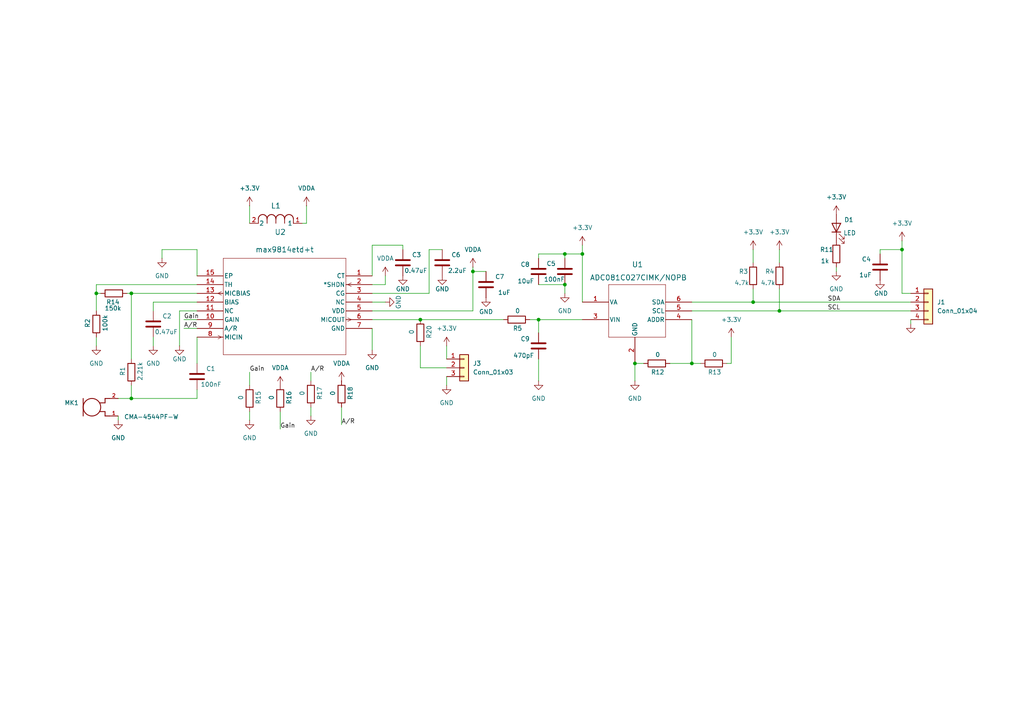
<source format=kicad_sch>
(kicad_sch (version 20231120) (generator "eeschema") (generator_version "8.0")
  (paper "A4")
  (lib_symbols
    (symbol "Connector_Generic:Conn_01x03" (pin_names (offset 1.016) hide)
      (property "Reference" "J" (at 0 5.08 0))
      (property "Value" "Conn_01x03" (at 0 -5.08 0))
      (symbol "Conn_01x03_1_1"
        (rectangle (start -1.27 -2.413) (end 0 -2.667) (stroke (width 0.1524)))
        (rectangle (start -1.27 0.127) (end 0 -0.127) (stroke (width 0.1524)))
        (rectangle (start -1.27 2.667) (end 0 2.413) (stroke (width 0.1524)))
        (rectangle (start -1.27 3.81) (end 1.27 -3.81) (stroke (width 0.254)) (fill (type background)))
        (pin passive line (at -5.08 2.54 0) (length 3.81) (name "Pin_1") (number "1"))
        (pin passive line (at -5.08 0 0) (length 3.81) (name "Pin_2") (number "2"))
        (pin passive line (at -5.08 -2.54 0) (length 3.81) (name "Pin_3") (number "3"))
      )
    )
    (symbol "Connector_Generic:Conn_01x04" (pin_names (offset 1.016) hide)
      (property "Reference" "J" (at 0 5.08 0))
      (property "Value" "Conn_01x04" (at 0 -7.62 0))
      (symbol "Conn_01x04_1_1"
        (rectangle (start -1.27 -4.953) (end 0 -5.207) (stroke (width 0.1524)))
        (rectangle (start -1.27 -2.413) (end 0 -2.667) (stroke (width 0.1524)))
        (rectangle (start -1.27 0.127) (end 0 -0.127) (stroke (width 0.1524)))
        (rectangle (start -1.27 2.667) (end 0 2.413) (stroke (width 0.1524)))
        (rectangle (start -1.27 3.81) (end 1.27 -6.35) (stroke (width 0.254)) (fill (type background)))
        (pin passive line (at -5.08 2.54 0) (length 3.81) (name "Pin_1") (number "1"))
        (pin passive line (at -5.08 0 0) (length 3.81) (name "Pin_2") (number "2"))
        (pin passive line (at -5.08 -2.54 0) (length 3.81) (name "Pin_3") (number "3"))
        (pin passive line (at -5.08 -5.08 0) (length 3.81) (name "Pin_4") (number "4"))
      )
    )
    (symbol "Device:C" (pin_numbers hide) (pin_names (offset 0.254))
      (property "Reference" "C" (at 0.635 2.54 0))
      (property "Value" "C" (at 0.635 -2.54 0))
      (symbol "C_0_1"
        (polyline (pts (xy -2.032 -0.762) (xy 2.032 -0.762)) (stroke (width 0.508)))
        (polyline (pts (xy -2.032 0.762) (xy 2.032 0.762)) (stroke (width 0.508)))
      )
      (symbol "C_1_1"
        (pin passive line (at 0 3.81 270) (length 2.794) (name "~") (number "1"))
        (pin passive line (at 0 -3.81 90) (length 2.794) (name "~") (number "2"))
      )
    )
    (symbol "Device:LED" (pin_numbers hide) (pin_names (offset 1.016) hide)
      (property "Reference" "D" (at 0 2.54 0))
      (property "Value" "LED" (at 0 -2.54 0))
      (symbol "LED_0_1"
        (polyline (pts (xy -1.27 -1.27) (xy -1.27 1.27)) (stroke (width 0.254)))
        (polyline (pts (xy -1.27 0) (xy 1.27 0)))
        (polyline (pts (xy 1.27 -1.27) (xy 1.27 1.27) (xy -1.27 0) (xy 1.27 -1.27)) (stroke (width 0.254)))
        (polyline (pts (xy -3.048 -0.762) (xy -4.572 -2.286) (xy -3.81 -2.286) (xy -4.572 -2.286) (xy -4.572 -1.524)))
        (polyline (pts (xy -1.778 -0.762) (xy -3.302 -2.286) (xy -2.54 -2.286) (xy -3.302 -2.286) (xy -3.302 -1.524)))
      )
      (symbol "LED_1_1"
        (pin passive line (at -3.81 0 0) (length 2.54) (name "K") (number "1"))
        (pin passive line (at 3.81 0 180) (length 2.54) (name "A") (number "2"))
      )
    )
    (symbol "Device:R" (pin_numbers hide) (pin_names (offset 0))
      (property "Reference" "R" (at 2.032 0 90))
      (property "Value" "R" (at 0 0 90))
      (symbol "R_0_1"
        (rectangle (start -1.016 -2.54) (end 1.016 2.54) (stroke (width 0.254)))
      )
      (symbol "R_1_1"
        (pin passive line (at 0 3.81 270) (length 1.27) (name "~") (number "1"))
        (pin passive line (at 0 -3.81 90) (length 1.27) (name "~") (number "2"))
      )
    )
    (symbol "FTDI_breakout:MMZ2012S601AT000" (pin_names (offset 0.254))
      (property "Reference" "L" (at 6.985 5.08 0))
      (property "Value" "MMZ2012S601AT000" (at 6.985 -2.54 0))
      (symbol "MMZ2012S601AT000_1_1"
        (polyline (pts (xy 2.54 0) (xy 2.54 1.27)) (stroke (width 0.2032)))
        (polyline (pts (xy 5.08 0) (xy 5.08 1.27)) (stroke (width 0.2032)))
        (polyline (pts (xy 7.62 0) (xy 7.62 1.27)) (stroke (width 0.2032)))
        (polyline (pts (xy 10.16 0) (xy 10.16 1.27)) (stroke (width 0.2032)))
        (polyline (pts (xy 12.7 0) (xy 12.7 1.27)) (stroke (width 0.2032)))
        (arc (start 5.08 1.27) (mid 3.81 2.5344) (end 2.54 1.27) (stroke (width 0.254)))
        (arc (start 7.62 1.27) (mid 6.35 2.5344) (end 5.08 1.27) (stroke (width 0.254)))
        (arc (start 10.16 1.27) (mid 8.89 2.5344) (end 7.62 1.27) (stroke (width 0.254)))
        (arc (start 12.7 1.27) (mid 11.43 2.5344) (end 10.16 1.27) (stroke (width 0.254)))
        (pin unspecified line (at 15.24 0 180) (length 2.54) (name "1") (number "1"))
        (pin unspecified line (at 0 0 0) (length 2.54) (name "2") (number "2"))
      )
      (symbol "MMZ2012S601AT000_1_2"
        (arc (start -1.27 5.08) (mid -2.5344 3.81) (end -1.27 2.54) (stroke (width 0.254)))
        (arc (start -1.27 7.62) (mid -2.5344 6.35) (end -1.27 5.08) (stroke (width 0.254)))
        (arc (start -1.27 10.16) (mid -2.5344 8.89) (end -1.27 7.62) (stroke (width 0.254)))
        (arc (start -1.27 12.7) (mid -2.5344 11.43) (end -1.27 10.16) (stroke (width 0.254)))
        (polyline (pts (xy 0 2.54) (xy -1.27 2.54)) (stroke (width 0.2032)))
        (polyline (pts (xy 0 5.08) (xy -1.27 5.08)) (stroke (width 0.2032)))
        (polyline (pts (xy 0 7.62) (xy -1.27 7.62)) (stroke (width 0.2032)))
        (polyline (pts (xy 0 10.16) (xy -1.27 10.16)) (stroke (width 0.2032)))
        (polyline (pts (xy 0 12.7) (xy -1.27 12.7)) (stroke (width 0.2032)))
        (pin unspecified line (at 0 15.24 270) (length 2.54) (name "1") (number "1"))
        (pin unspecified line (at 0 0 90) (length 2.54) (name "2") (number "2"))
      )
    )
    (symbol "Microphone_ADC:ADC081C027CIMK_NOPB" (pin_names (offset 0.254))
      (property "Value" "ADC081C027CIMK/NOPB" (at 27.94 7.62 0))
      (symbol "ADC081C027CIMK_NOPB_0_1"
        (polyline (pts (xy 7.62 -10.16) (xy 24.13 -10.16)) (stroke (width 0.127)))
        (polyline (pts (xy 7.62 5.08) (xy 7.62 -10.16)) (stroke (width 0.127)))
        (polyline (pts (xy 24.13 -10.16) (xy 24.13 5.08)) (stroke (width 0.127)))
        (polyline (pts (xy 24.13 5.08) (xy 7.62 5.08)) (stroke (width 0.127)))
        (pin power_in line (at 0 0 0) (length 7.62) (name "VA") (number "1"))
        (pin power_in line (at 15.24 -17.78 90) (length 7.62) (name "GND") (number "2"))
        (pin input line (at 0 -5.08 0) (length 7.62) (name "VIN") (number "3"))
        (pin input line (at 31.75 -5.08 180) (length 7.62) (name "ADDR") (number "4"))
        (pin input line (at 31.75 -2.54 180) (length 7.62) (name "SCL") (number "5"))
        (pin bidirectional line (at 31.75 0 180) (length 7.62) (name "SDA") (number "6"))
      )
    )
    (symbol "Microphone_ADC:CMA-4544PF-W" (pin_names (offset 1.016))
      (property "Reference" "MK" (at -2.5409 3.8113 0))
      (property "Value" "CMA-4544PF-W" (at -2.5411 -6.3527 0))
      (symbol "CMA-4544PF-W_0_0"
        (polyline (pts (xy -2.54 2.54) (xy -2.54 -2.54)) (stroke (width 0.254)))
        (polyline (pts (xy 3.81 -2.54) (xy 3.81 -1.27)) (stroke (width 0.254)))
        (polyline (pts (xy 3.81 -1.27) (xy 2.2352 -1.27)) (stroke (width 0.254)))
        (polyline (pts (xy 3.81 1.27) (xy 2.2352 1.27)) (stroke (width 0.254)))
        (polyline (pts (xy 3.81 2.54) (xy 3.81 1.27)) (stroke (width 0.254)))
        (polyline (pts (xy 5.08 -2.54) (xy 3.81 -2.54)) (stroke (width 0.254)))
        (polyline (pts (xy 5.08 2.54) (xy 3.81 2.54)) (stroke (width 0.254)))
        (circle (center 0 0) (radius 2.54) (stroke (width 0.254)))
        (pin output line (at 7.62 2.54 180) (length 2.54) (name "~") (number "1"))
        (pin power_in line (at 7.62 -2.54 180) (length 2.54) (name "~") (number "2"))
      )
    )
    (symbol "Microphone_ADC:max9814etd+t" (pin_names (offset 0.254))
      (property "Reference" "U2" (at 26.67 12.7 0))
      (property "Value" "max9814etd+t" (at 25.4 7.62 0))
      (symbol "max9814etd+t_0_1"
        (polyline (pts (xy 7.0993 -13.2207) (xy 6.0579 -12.7)) (stroke (width 0.127)))
        (polyline (pts (xy 7.0993 -12.1793) (xy 6.0579 -12.7)) (stroke (width 0.127)))
        (polyline (pts (xy 7.0993 -2.54) (xy 6.0579 -3.0607)) (stroke (width 0.127)))
        (polyline (pts (xy 7.0993 -2.54) (xy 6.0579 -2.0193)) (stroke (width 0.127)))
        (polyline (pts (xy 7.62 -22.86) (xy 43.18 -22.86)) (stroke (width 0.127)))
        (polyline (pts (xy 7.62 5.08) (xy 7.62 -22.86)) (stroke (width 0.127)))
        (polyline (pts (xy 43.18 -22.86) (xy 43.18 5.08)) (stroke (width 0.127)))
        (polyline (pts (xy 43.18 5.08) (xy 7.62 5.08)) (stroke (width 0.127)))
        (polyline (pts (xy 43.7007 -17.78) (xy 44.7421 -18.3007)) (stroke (width 0.127)))
        (polyline (pts (xy 43.7007 -17.78) (xy 44.7421 -17.2593)) (stroke (width 0.127)))
        (polyline (pts (xy 43.7007 -5.6007) (xy 44.7421 -5.08)) (stroke (width 0.127)))
        (polyline (pts (xy 43.7007 -4.5593) (xy 44.7421 -5.08)) (stroke (width 0.127)))
        (pin unspecified line (at 0 0 0) (length 7.62) (name "CT") (number "1"))
        (pin unspecified line (at 50.8 -12.7 180) (length 7.62) (name "GAIN") (number "10"))
        (pin unspecified line (at 50.8 -7.62 180) (length 7.62) (name "BIAS") (number "12"))
        (pin output line (at 50.8 -5.08 180) (length 7.62) (name "MICBIAS") (number "13"))
        (pin unspecified line (at 50.8 -2.54 180) (length 7.62) (name "TH") (number "14"))
        (pin unspecified line (at 50.8 0 180) (length 7.62) (name "EP") (number "15"))
        (pin input line (at 0 -2.54 0) (length 7.62) (name "*SHDN") (number "2"))
        (pin unspecified line (at 0 -5.08 0) (length 7.62) (name "CG") (number "3"))
        (pin power_in line (at 0 -10.16 0) (length 7.62) (name "VDD") (number "5"))
        (pin output line (at 0 -12.7 0) (length 7.62) (name "MICOUT") (number "6"))
        (pin power_in line (at 0 -15.24 0) (length 7.62) (name "GND") (number "7"))
        (pin input line (at 50.8 -17.78 180) (length 7.62) (name "MICIN") (number "8"))
        (pin unspecified line (at 50.8 -15.24 180) (length 7.62) (name "A/R") (number "9"))
      )
      (symbol "max9814etd+t_1_1"
        (pin input line (at 50.8 -10.16 180) (length 7.62) (name "NC") (number "11"))
        (pin input line (at 0 -7.62 0) (length 7.62) (name "NC") (number "4"))
      )
    )
    (symbol "power:+3.3V" (power) (pin_numbers hide) (pin_names (offset 0) hide)
      (property "Value" "+3.3V" (at 0 3.556 0))
      (symbol "+3.3V_0_1"
        (polyline (pts (xy -0.762 1.27) (xy 0 2.54)))
        (polyline (pts (xy 0 0) (xy 0 2.54)))
        (polyline (pts (xy 0 2.54) (xy 0.762 1.27)))
      )
      (symbol "+3.3V_1_1"
        (pin power_in line (at 0 0 90) (length 0) (name "~") (number "1"))
      )
    )
    (symbol "power:GND" (power) (pin_numbers hide) (pin_names (offset 0) hide)
      (property "Value" "GND" (at 0 -3.81 0))
      (symbol "GND_0_1"
        (polyline (pts (xy 0 0) (xy 0 -1.27) (xy 1.27 -1.27) (xy 0 -2.54) (xy -1.27 -1.27) (xy 0 -1.27)))
      )
      (symbol "GND_1_1"
        (pin power_in line (at 0 0 270) (length 0) (name "~") (number "1"))
      )
    )
    (symbol "power:VDDA" (power) (pin_numbers hide) (pin_names (offset 0) hide)
      (property "Value" "VDDA" (at 0 3.556 0))
      (symbol "VDDA_0_1"
        (polyline (pts (xy -0.762 1.27) (xy 0 2.54)))
        (polyline (pts (xy 0 0) (xy 0 2.54)))
        (polyline (pts (xy 0 2.54) (xy 0.762 1.27)))
      )
      (symbol "VDDA_1_1"
        (pin power_in line (at 0 0 90) (length 0) (name "~") (number "1"))
      )
    )
  )
  (junction (at 218.44 87.63))
  (junction (at 121.92 92.71))
  (junction (at 156.21 92.71))
  (junction (at 168.91 73.66))
  (junction (at 200.66 105.41))
  (junction (at 163.83 82.55))
  (junction (at 137.16 78.74))
  (junction (at 38.1 85.09))
  (junction (at 226.06 90.17))
  (junction (at 184.15 105.41))
  (junction (at 261.62 72.39))
  (junction (at 163.83 73.66))
  (junction (at 38.1 115.57))
  (junction (at 27.94 85.09))
  (wire (pts (xy 163.83 73.66) (xy 168.91 73.66)))
  (wire (pts (xy 53.34 95.25) (xy 57.15 95.25)))
  (wire (pts (xy 226.06 90.17) (xy 264.16 90.17)))
  (wire (pts (xy 99.06 118.11) (xy 99.06 123.19)))
  (wire (pts (xy 129.54 106.68) (xy 121.92 106.68)))
  (wire (pts (xy 57.15 105.41) (xy 57.15 97.79)))
  (wire (pts (xy 27.94 100.33) (xy 27.94 97.79)))
  (wire (pts (xy 57.15 82.55) (xy 27.94 82.55)))
  (wire (pts (xy 129.54 100.33) (xy 129.54 104.14)))
  (wire (pts (xy 186.69 105.41) (xy 184.15 105.41)))
  (wire (pts (xy 57.15 72.39) (xy 46.99 72.39)))
  (wire (pts (xy 44.45 100.33) (xy 44.45 97.79)))
  (wire (pts (xy 200.66 87.63) (xy 218.44 87.63)))
  (wire (pts (xy 38.1 115.57) (xy 34.29 115.57)))
  (wire (pts (xy 156.21 104.14) (xy 156.21 110.49)))
  (wire (pts (xy 90.17 120.65) (xy 90.17 118.11)))
  (wire (pts (xy 261.62 85.09) (xy 264.16 85.09)))
  (wire (pts (xy 88.9 59.69) (xy 88.9 64.77)))
  (wire (pts (xy 226.06 90.17) (xy 200.66 90.17)))
  (wire (pts (xy 57.15 115.57) (xy 57.15 113.03)))
  (wire (pts (xy 226.06 83.82) (xy 226.06 90.17)))
  (wire (pts (xy 72.39 107.95) (xy 72.39 111.76)))
  (wire (pts (xy 200.66 105.41) (xy 194.31 105.41)))
  (wire (pts (xy 107.95 92.71) (xy 121.92 92.71)))
  (wire (pts (xy 44.45 87.63) (xy 44.45 90.17)))
  (wire (pts (xy 137.16 78.74) (xy 137.16 90.17)))
  (wire (pts (xy 168.91 71.12) (xy 168.91 73.66)))
  (wire (pts (xy 81.28 119.38) (xy 81.28 124.46)))
  (wire (pts (xy 156.21 92.71) (xy 168.91 92.71)))
  (wire (pts (xy 218.44 72.39) (xy 218.44 76.2)))
  (wire (pts (xy 156.21 73.66) (xy 163.83 73.66)))
  (wire (pts (xy 226.06 72.39) (xy 226.06 76.2)))
  (wire (pts (xy 52.07 90.17) (xy 57.15 90.17)))
  (wire (pts (xy 57.15 115.57) (xy 38.1 115.57)))
  (wire (pts (xy 184.15 105.41) (xy 184.15 110.49)))
  (wire (pts (xy 218.44 87.63) (xy 264.16 87.63)))
  (wire (pts (xy 27.94 85.09) (xy 29.21 85.09)))
  (wire (pts (xy 107.95 80.01) (xy 107.95 71.12)))
  (wire (pts (xy 156.21 96.52) (xy 156.21 92.71)))
  (wire (pts (xy 156.21 74.93) (xy 156.21 73.66)))
  (wire (pts (xy 242.57 77.47) (xy 242.57 78.74)))
  (wire (pts (xy 200.66 92.71) (xy 200.66 105.41)))
  (wire (pts (xy 88.9 64.77) (xy 87.63 64.77)))
  (wire (pts (xy 218.44 83.82) (xy 218.44 87.63)))
  (wire (pts (xy 261.62 69.85) (xy 261.62 72.39)))
  (wire (pts (xy 137.16 90.17) (xy 107.95 90.17)))
  (wire (pts (xy 116.84 71.12) (xy 116.84 72.39)))
  (wire (pts (xy 57.15 80.01) (xy 57.15 72.39)))
  (wire (pts (xy 255.27 72.39) (xy 261.62 72.39)))
  (wire (pts (xy 27.94 85.09) (xy 27.94 90.17)))
  (wire (pts (xy 255.27 73.66) (xy 255.27 72.39)))
  (wire (pts (xy 34.29 121.92) (xy 34.29 120.65)))
  (wire (pts (xy 72.39 121.92) (xy 72.39 119.38)))
  (wire (pts (xy 53.34 92.71) (xy 57.15 92.71)))
  (wire (pts (xy 38.1 104.14) (xy 38.1 85.09)))
  (wire (pts (xy 163.83 82.55) (xy 163.83 85.09)))
  (wire (pts (xy 261.62 72.39) (xy 261.62 85.09)))
  (wire (pts (xy 212.09 97.79) (xy 212.09 105.41)))
  (wire (pts (xy 46.99 72.39) (xy 46.99 74.93)))
  (wire (pts (xy 137.16 77.47) (xy 137.16 78.74)))
  (wire (pts (xy 121.92 92.71) (xy 146.05 92.71)))
  (wire (pts (xy 212.09 105.41) (xy 210.82 105.41)))
  (wire (pts (xy 129.54 111.76) (xy 129.54 109.22)))
  (wire (pts (xy 36.83 85.09) (xy 38.1 85.09)))
  (wire (pts (xy 72.39 64.77) (xy 72.39 59.69)))
  (wire (pts (xy 27.94 82.55) (xy 27.94 85.09)))
  (wire (pts (xy 168.91 73.66) (xy 168.91 87.63)))
  (wire (pts (xy 163.83 74.93) (xy 163.83 73.66)))
  (wire (pts (xy 52.07 100.33) (xy 52.07 90.17)))
  (wire (pts (xy 111.76 80.01) (xy 111.76 82.55)))
  (wire (pts (xy 124.46 72.39) (xy 128.27 72.39)))
  (wire (pts (xy 124.46 85.09) (xy 124.46 72.39)))
  (wire (pts (xy 57.15 87.63) (xy 44.45 87.63)))
  (wire (pts (xy 38.1 85.09) (xy 57.15 85.09)))
  (wire (pts (xy 107.95 85.09) (xy 124.46 85.09)))
  (wire (pts (xy 107.95 71.12) (xy 116.84 71.12)))
  (wire (pts (xy 107.95 95.25) (xy 107.95 101.6)))
  (wire (pts (xy 90.17 110.49) (xy 90.17 107.95)))
  (wire (pts (xy 264.16 92.71) (xy 264.16 93.98)))
  (wire (pts (xy 107.95 87.63) (xy 111.76 87.63)))
  (wire (pts (xy 121.92 106.68) (xy 121.92 100.33)))
  (wire (pts (xy 153.67 92.71) (xy 156.21 92.71)))
  (wire (pts (xy 107.95 82.55) (xy 111.76 82.55)))
  (wire (pts (xy 156.21 82.55) (xy 163.83 82.55)))
  (wire (pts (xy 203.2 105.41) (xy 200.66 105.41)))
  (wire (pts (xy 137.16 78.74) (xy 140.97 78.74)))
  (wire (pts (xy 38.1 111.76) (xy 38.1 115.57)))
  (label "SCL" (at 240.03 90.17 0))
  (label "SDA" (at 240.03 87.63 0))
  (label "A{slash}R" (at 53.34 95.25 0))
  (label "Gain" (at 53.34 92.71 0))
  (label "A{slash}R" (at 99.06 123.19 0))
  (label "A{slash}R" (at 90.17 107.95 0))
  (label "Gain" (at 81.28 124.46 0))
  (label "Gain" (at 72.39 107.95 0))
  (symbol (lib_id "power:GND") (at 46.99 74.93 0) (mirror y) (unit 1)
    (property "Reference" "#PWR07" (effects (hide yes)))
    (property "Value" "GND" (at 46.99 80.01 0))
    (property "Description" "Power symbol creates a global label with name \"GND\" , ground" (effects (hide yes)))
  )
  (symbol (lib_id "Device:R") (at 218.44 80.01 180) (unit 1)
    (property "Reference" "R3" (at 215.646 78.74 0))
    (property "Value" "4.7k" (at 215.138 82.042 0))
    (property "Footprint" "Resistor_SMD:R_0805_2012Metric_Pad1.20x1.40mm_HandSolder" (effects (hide yes)))
    (property "Description" "CRCW08054K70FKEAC" (effects (hide yes)))
  )
  (symbol (lib_id "Device:R") (at 190.5 105.41 270) (unit 1)
    (property "Reference" "R12" (at 190.754 107.95 90))
    (property "Value" "0" (at 190.754 102.87 90))
    (property "Footprint" "Resistor_SMD:R_0805_2012Metric_Pad1.20x1.40mm_HandSolder" (effects (hide yes)))
    (property "Description" "ERJ-0805 Pkg ERJ-6GEY0R00V" (effects (hide yes)))
  )
  (symbol (lib_id "power:+3.3V") (at 72.39 59.69 0) (unit 1)
    (property "Reference" "#PWR032" (effects (hide yes)))
    (property "Value" "+3.3V" (at 72.39 54.61 0))
    (property "Description" "Power symbol creates a global label with name \"+3.3V\"" (effects (hide yes)))
  )
  (symbol (lib_id "power:VDDA") (at 88.9 59.69 0) (unit 1)
    (property "Reference" "#PWR033" (effects (hide yes)))
    (property "Value" "VDDA" (at 88.9 54.61 0))
    (property "Description" "Power symbol creates a global label with name \"VDDA\"" (effects (hide yes)))
  )
  (symbol (lib_id "Device:R") (at 226.06 80.01 180) (unit 1)
    (property "Reference" "R4" (at 223.266 78.74 0))
    (property "Value" "4.7k" (at 222.758 82.042 0))
    (property "Footprint" "Resistor_SMD:R_0805_2012Metric_Pad1.20x1.40mm_HandSolder" (effects (hide yes)))
    (property "Description" "CRCW08054K70FKEAC" (effects (hide yes)))
  )
  (symbol (lib_id "power:GND") (at 34.29 121.92 0) (mirror y) (unit 1)
    (property "Reference" "#PWR01" (effects (hide yes)))
    (property "Value" "GND" (at 34.29 127 0))
    (property "Description" "Power symbol creates a global label with name \"GND\" , ground" (effects (hide yes)))
  )
  (symbol (lib_id "power:GND") (at 129.54 111.76 0) (unit 1)
    (property "Reference" "#PWR039" (effects (hide yes)))
    (property "Value" "GND" (at 129.54 116.84 0))
    (property "Description" "Power symbol creates a global label with name \"GND\" , ground" (effects (hide yes)))
  )
  (symbol (lib_id "power:GND") (at 140.97 86.36 0) (mirror y) (unit 1)
    (property "Reference" "#PWR036" (effects (hide yes)))
    (property "Value" "GND" (at 140.97 90.424 0))
    (property "Description" "Power symbol creates a global label with name \"GND\" , ground" (effects (hide yes)))
  )
  (symbol (lib_id "power:GND") (at 242.57 78.74 0) (unit 1)
    (property "Reference" "#PWR027" (effects (hide yes)))
    (property "Value" "GND" (at 242.57 83.82 0))
    (property "Description" "Power symbol creates a global label with name \"GND\" , ground" (effects (hide yes)))
  )
  (symbol (lib_id "Device:C") (at 156.21 100.33 180) (unit 1)
    (property "Reference" "C9" (at 153.67 98.298 0) (effects (justify left)))
    (property "Value" "470pF" (at 154.94 103.124 0) (effects (justify left)))
    (property "Footprint" "Capacitor_SMD:C_0805_2012Metric_Pad1.18x1.45mm_HandSolder" (effects (hide yes)))
    (property "Description" "CL31F106ZPHNNNE" (effects (hide yes)))
  )
  (symbol (lib_id "power:GND") (at 255.27 81.28 0) (unit 1)
    (property "Reference" "#PWR017" (effects (hide yes)))
    (property "Value" "GND" (at 255.524 85.09 0))
    (property "Description" "Power symbol creates a global label with name \"GND\" , ground" (effects (hide yes)))
  )
  (symbol (lib_id "Device:LED") (at 242.57 66.04 90) (unit 1)
    (property "Reference" "D1" (at 244.856 63.754 90) (effects (justify right)))
    (property "Value" "LED" (at 244.602 67.564 90) (effects (justify right)))
    (property "Footprint" "LED_SMD:LED_0805_2012Metric" (effects (hide yes)))
    (property "Description" "150080GS75000" (effects (hide yes)))
  )
  (symbol (lib_id "power:GND") (at 184.15 110.49 0) (unit 1)
    (property "Reference" "#PWR09" (effects (hide yes)))
    (property "Value" "GND" (at 184.15 115.57 0))
    (property "Description" "Power symbol creates a global label with name \"GND\" , ground" (effects (hide yes)))
  )
  (symbol (lib_id "power:+3.3V") (at 218.44 72.39 0) (unit 1)
    (property "Reference" "#PWR010" (effects (hide yes)))
    (property "Value" "+3.3V" (at 218.44 67.31 0))
    (property "Description" "Power symbol creates a global label with name \"+3.3V\"" (effects (hide yes)))
  )
  (symbol (lib_id "Device:R") (at 90.17 114.3 0) (unit 1)
    (property "Reference" "R17" (at 92.71 114.046 90))
    (property "Value" "0" (at 87.63 114.046 90))
    (property "Footprint" "Resistor_SMD:R_0805_2012Metric_Pad1.20x1.40mm_HandSolder" (effects (hide yes)))
    (property "Description" "ERJ-0805 Pkg ERJ-6GEY0R00V" (effects (hide yes)))
  )
  (symbol (lib_id "Device:R") (at 81.28 115.57 0) (unit 1)
    (property "Reference" "R16" (at 83.82 115.316 90))
    (property "Value" "0" (at 78.74 115.316 90))
    (property "Footprint" "Resistor_SMD:R_0805_2012Metric_Pad1.20x1.40mm_HandSolder" (effects (hide yes)))
    (property "Description" "ERJ-0805 Pkg ERJ-6GEY0R00V" (effects (hide yes)))
  )
  (symbol (lib_id "Device:C") (at 255.27 77.47 0) (unit 1)
    (property "Reference" "C4" (at 249.936 75.184 0) (effects (justify left)))
    (property "Value" "1uF" (at 249.174 79.756 0) (effects (justify left)))
    (property "Footprint" "Capacitor_SMD:C_1206_3216Metric_Pad1.33x1.80mm_HandSolder" (effects (hide yes)))
    (property "Description" "CL21B105KAFNNNE" (effects (hide yes)))
  )
  (symbol (lib_id "Device:R") (at 149.86 92.71 270) (unit 1)
    (property "Reference" "R5" (at 150.114 95.25 90))
    (property "Value" "0" (at 150.114 90.17 90))
    (property "Footprint" "Resistor_SMD:R_0805_2012Metric_Pad1.20x1.40mm_HandSolder" (effects (hide yes)))
    (property "Description" "ERJ-0805 Pkg ERJ-6GEY0R00V" (effects (hide yes)))
  )
  (symbol (lib_id "Device:C") (at 163.83 78.74 0) (unit 1)
    (property "Reference" "C5" (at 158.496 76.454 0) (effects (justify left)))
    (property "Value" "100nF" (at 157.734 81.026 0) (effects (justify left)))
    (property "Footprint" "Capacitor_SMD:C_0805_2012Metric_Pad1.18x1.45mm_HandSolder" (effects (hide yes)))
    (property "Description" "CC0805KRX7R9BB104" (effects (hide yes)))
  )
  (symbol (lib_id "power:+3.3V") (at 129.54 100.33 0) (unit 1)
    (property "Reference" "#PWR040" (effects (hide yes)))
    (property "Value" "+3.3V" (at 129.54 95.25 0))
    (property "Description" "Power symbol creates a global label with name \"+3.3V\"" (effects (hide yes)))
  )
  (symbol (lib_id "power:GND") (at 116.84 80.01 0) (mirror y) (unit 1)
    (property "Reference" "#PWR030" (effects (hide yes)))
    (property "Value" "GND" (at 116.84 83.82 0))
    (property "Description" "Power symbol creates a global label with name \"GND\" , ground" (effects (hide yes)))
  )
  (symbol (lib_id "power:GND") (at 111.76 87.63 90) (mirror x) (unit 1)
    (property "Reference" "#PWR012" (effects (hide yes)))
    (property "Value" "GND" (at 115.57 87.63 0))
    (property "Description" "Power symbol creates a global label with name \"GND\" , ground" (effects (hide yes)))
  )
  (symbol (lib_id "Device:R") (at 207.01 105.41 270) (unit 1)
    (property "Reference" "R13" (at 207.264 107.95 90))
    (property "Value" "0" (at 207.264 102.87 90))
    (property "Footprint" "Resistor_SMD:R_0805_2012Metric_Pad1.20x1.40mm_HandSolder" (effects (hide yes)))
    (property "Description" "ERJ-0805 Pkg ERJ-6GEY0R00V" (effects (hide yes)))
  )
  (symbol (lib_id "power:GND") (at 72.39 121.92 0) (mirror y) (unit 1)
    (property "Reference" "#PWR03" (effects (hide yes)))
    (property "Value" "GND" (at 72.39 127 0))
    (property "Description" "Power symbol creates a global label with name \"GND\" , ground" (effects (hide yes)))
  )
  (symbol (lib_id "Device:R") (at 38.1 107.95 0) (mirror y) (unit 1)
    (property "Reference" "R1" (at 35.56 107.696 90))
    (property "Value" "2.21k" (at 40.64 107.696 90))
    (property "Footprint" "Resistor_SMD:R_0805_2012Metric_Pad1.20x1.40mm_HandSolder" (effects (hide yes)))
    (property "Description" "RC0805FR-072K21L" (effects (hide yes)))
  )
  (symbol (lib_id "Device:C") (at 44.45 93.98 0) (mirror y) (unit 1)
    (property "Reference" "C2" (at 49.784 91.694 0) (effects (justify left)))
    (property "Value" "0.47uF" (at 51.562 96.266 0) (effects (justify left)))
    (property "Footprint" "Capacitor_SMD:C_0805_2012Metric_Pad1.18x1.45mm_HandSolder" (effects (hide yes)))
    (property "Description" "CC0805KRX7R9BB104" (effects (hide yes)))
  )
  (symbol (lib_id "power:GND") (at 156.21 110.49 0) (unit 1)
    (property "Reference" "#PWR015" (effects (hide yes)))
    (property "Value" "GND" (at 156.21 115.57 0))
    (property "Description" "Power symbol creates a global label with name \"GND\" , ground" (effects (hide yes)))
  )
  (symbol (lib_id "power:GND") (at 44.45 100.33 0) (mirror y) (unit 1)
    (property "Reference" "#PWR02" (effects (hide yes)))
    (property "Value" "GND" (at 44.45 105.41 0))
    (property "Description" "Power symbol creates a global label with name \"GND\" , ground" (effects (hide yes)))
  )
  (symbol (lib_id "power:GND") (at 264.16 93.98 0) (unit 1)
    (property "Reference" "#PWR016" (effects (hide yes)))
    (property "Value" "GND" (effects (hide yes)))
    (property "Description" "Power symbol creates a global label with name \"GND\" , ground" (effects (hide yes)))
  )
  (symbol (lib_id "power:VDDA") (at 81.28 111.76 0) (unit 1)
    (property "Reference" "#PWR034" (effects (hide yes)))
    (property "Value" "VDDA" (at 81.28 106.68 0))
    (property "Description" "Power symbol creates a global label with name \"VDDA\"" (effects (hide yes)))
  )
  (symbol (lib_id "Device:R") (at 33.02 85.09 90) (mirror x) (unit 1)
    (property "Reference" "R14" (at 32.766 87.63 90))
    (property "Value" "150k" (at 32.766 89.408 90))
    (property "Footprint" "Resistor_SMD:R_0805_2012Metric_Pad1.20x1.40mm_HandSolder" (effects (hide yes)))
    (property "Description" "RMCF0805FT150K" (effects (hide yes)))
  )
  (symbol (lib_id "power:GND") (at 90.17 120.65 0) (mirror y) (unit 1)
    (property "Reference" "#PWR04" (effects (hide yes)))
    (property "Value" "GND" (at 90.17 125.73 0))
    (property "Description" "Power symbol creates a global label with name \"GND\" , ground" (effects (hide yes)))
  )
  (symbol (lib_id "FTDI_breakout:MMZ2012S601AT000") (at 72.39 64.77 0) (unit 1)
    (property "Reference" "L1" (at 80.01 59.69 0) (effects (font (size 1.524 1.524))))
    (property "Value" "Ferrite_MMZ2012S601AT000" (effects (hide yes)))
    (property "Footprint" "Microphone_ADC:MMZ2012S601AT000-M" (effects (hide yes)))
    (property "Datasheet" "MMZ2012S601AT000" (effects (hide yes)))
    (property "Description" "MMZ2012S601AT000" (effects (hide yes)))
  )
  (symbol (lib_id "Device:R") (at 72.39 115.57 0) (unit 1)
    (property "Reference" "R15" (at 74.93 115.316 90))
    (property "Value" "0" (at 69.85 115.316 90))
    (property "Footprint" "Resistor_SMD:R_0805_2012Metric_Pad1.20x1.40mm_HandSolder" (effects (hide yes)))
    (property "Description" "ERJ-0805 Pkg ERJ-6GEY0R00V" (effects (hide yes)))
  )
  (symbol (lib_id "power:+3.3V") (at 168.91 71.12 0) (unit 1)
    (property "Reference" "#PWR08" (effects (hide yes)))
    (property "Value" "+3.3V" (at 168.91 66.04 0))
    (property "Description" "Power symbol creates a global label with name \"+3.3V\"" (effects (hide yes)))
  )
  (symbol (lib_id "Device:C") (at 140.97 82.55 0) (mirror y) (unit 1)
    (property "Reference" "C7" (at 146.304 80.264 0) (effects (justify left)))
    (property "Value" "1uF" (at 148.082 84.836 0) (effects (justify left)))
    (property "Footprint" "Capacitor_SMD:C_0805_2012Metric_Pad1.18x1.45mm_HandSolder" (effects (hide yes)))
    (property "Description" "CC0805KRX7R9BB104" (effects (hide yes)))
  )
  (symbol (lib_id "power:GND") (at 107.95 101.6 0) (mirror y) (unit 1)
    (property "Reference" "#PWR06" (effects (hide yes)))
    (property "Value" "GND" (at 107.95 106.68 0))
    (property "Description" "Power symbol creates a global label with name \"GND\" , ground" (effects (hide yes)))
  )
  (symbol (lib_id "power:GND") (at 163.83 85.09 0) (unit 1)
    (property "Reference" "#PWR018" (effects (hide yes)))
    (property "Value" "GND" (at 163.83 90.17 0))
    (property "Description" "Power symbol creates a global label with name \"GND\" , ground" (effects (hide yes)))
  )
  (symbol (lib_id "Device:R") (at 99.06 114.3 0) (unit 1)
    (property "Reference" "R18" (at 101.6 114.046 90))
    (property "Value" "0" (at 96.52 114.046 90))
    (property "Footprint" "Resistor_SMD:R_0805_2012Metric_Pad1.20x1.40mm_HandSolder" (effects (hide yes)))
    (property "Description" "ERJ-0805 Pkg ERJ-6GEY0R00V" (effects (hide yes)))
  )
  (symbol (lib_id "power:GND") (at 27.94 100.33 0) (mirror y) (unit 1)
    (property "Reference" "#PWR05" (effects (hide yes)))
    (property "Value" "GND" (at 27.94 105.41 0))
    (property "Description" "Power symbol creates a global label with name \"GND\" , ground" (effects (hide yes)))
  )
  (symbol (lib_id "Device:C") (at 128.27 76.2 0) (mirror y) (unit 1)
    (property "Reference" "C6" (at 133.604 73.914 0) (effects (justify left)))
    (property "Value" "2.2uF" (at 135.382 78.486 0) (effects (justify left)))
    (property "Footprint" "Capacitor_SMD:C_0805_2012Metric_Pad1.18x1.45mm_HandSolder" (effects (hide yes)))
    (property "Description" "GMC21X7R225K25NT" (effects (hide yes)))
  )
  (symbol (lib_id "power:GND") (at 128.27 80.01 0) (mirror y) (unit 1)
    (property "Reference" "#PWR031" (effects (hide yes)))
    (property "Value" "GND" (at 128.27 83.82 0))
    (property "Description" "Power symbol creates a global label with name \"GND\" , ground" (effects (hide yes)))
  )
  (symbol (lib_id "power:+3.3V") (at 242.57 62.23 0) (unit 1)
    (property "Reference" "#PWR028" (effects (hide yes)))
    (property "Value" "+3.3V" (at 242.57 57.15 0))
    (property "Description" "Power symbol creates a global label with name \"+3.3V\"" (effects (hide yes)))
  )
  (symbol (lib_id "Microphone_ADC:max9814etd+t") (at 107.95 80.01 0) (mirror y) (unit 1)
    (property "Reference" "U2" (at 81.28 67.31 0) (effects (font (size 1.524 1.524))))
    (property "Value" "max9814etd+t" (at 82.55 72.39 0) (effects (font (size 1.524 1.524))))
    (property "Footprint" "Microphone_ADC:max9814etd+t-M" (effects (hide yes)))
    (property "Datasheet" "max9814etd+t" (effects (hide yes)))
  )
  (symbol (lib_id "Device:C") (at 116.84 76.2 0) (mirror y) (unit 1)
    (property "Reference" "C3" (at 122.174 73.914 0) (effects (justify left)))
    (property "Value" "0.47uF" (at 123.952 78.486 0) (effects (justify left)))
    (property "Footprint" "Capacitor_SMD:C_0805_2012Metric_Pad1.18x1.45mm_HandSolder" (effects (hide yes)))
    (property "Description" "CL21B474KAFNNNE" (effects (hide yes)))
  )
  (symbol (lib_id "power:GND") (at 52.07 100.33 0) (mirror y) (unit 1)
    (property "Reference" "#PWR013" (effects (hide yes)))
    (property "Value" "GND" (at 52.07 104.14 0))
    (property "Description" "Power symbol creates a global label with name \"GND\" , ground" (effects (hide yes)))
  )
  (symbol (lib_id "Microphone_ADC:CMA-4544PF-W") (at 26.67 118.11 0) (mirror x) (unit 1)
    (property "Reference" "MK1" (at 22.86 116.8399 0) (effects (justify right)))
    (property "Value" "CMA-4544PF-W" (at 51.816 120.904 0) (effects (justify right)))
    (property "Footprint" "Microphone_ADC:MIC_CMA-4544PF-W" (effects (hide yes)))
    (property "Description" "9.7 mm, Omnidirectional, PCB Mount, 3.0 Vdc, Electret Condenser Microphone" (effects (hide yes)))
    (property "MF" "CUI Inc." (effects (hide yes)))
    (property "PACKAGE" "6-DIP-6 CUI" (effects (hide yes)))
    (property "PRICE" "None" (effects (hide yes)))
    (property "CUI_PURCHASE_URL" "https://www.cui.com/product/audio/microphones/electret-condenser-microphones/cma-4544pf-w?utm_source=snapeda.com&utm_medium=referral&utm_campaign=snapedaBOM" (effects (hide yes)))
    (property "MP" "CMA-4544PF-W" (effects (hide yes)))
    (property "AVAILABILITY" "Unavailable" (effects (hide yes)))
  )
  (symbol (lib_id "power:+3.3V") (at 261.62 69.85 0) (unit 1)
    (property "Reference" "#PWR014" (effects (hide yes)))
    (property "Value" "+3.3V" (at 261.62 64.77 0))
    (property "Description" "Power symbol creates a global label with name \"+3.3V\"" (effects (hide yes)))
  )
  (symbol (lib_id "Device:R") (at 27.94 93.98 0) (mirror y) (unit 1)
    (property "Reference" "R2" (at 25.4 93.726 90))
    (property "Value" "100k" (at 30.48 93.726 90))
    (property "Footprint" "Resistor_SMD:R_0805_2012Metric_Pad1.20x1.40mm_HandSolder" (effects (hide yes)))
    (property "Description" "RC0805FR-07100KL" (effects (hide yes)))
  )
  (symbol (lib_id "Device:C") (at 156.21 78.74 180) (unit 1)
    (property "Reference" "C8" (at 153.67 76.708 0) (effects (justify left)))
    (property "Value" "10uF" (at 154.94 81.534 0) (effects (justify left)))
    (property "Footprint" "Capacitor_SMD:C_1206_3216Metric_Pad1.33x1.80mm_HandSolder" (effects (hide yes)))
    (property "Description" "CL31F106ZPHNNNE" (effects (hide yes)))
  )
  (symbol (lib_id "power:VDDA") (at 99.06 110.49 0) (unit 1)
    (property "Reference" "#PWR035" (effects (hide yes)))
    (property "Value" "VDDA" (at 99.06 105.41 0))
    (property "Description" "Power symbol creates a global label with name \"VDDA\"" (effects (hide yes)))
  )
  (symbol (lib_id "power:VDDA") (at 137.16 77.47 0) (unit 1)
    (property "Reference" "#PWR019" (effects (hide yes)))
    (property "Value" "VDDA" (at 137.16 72.39 0))
    (property "Description" "Power symbol creates a global label with name \"VDDA\"" (effects (hide yes)))
  )
  (symbol (lib_id "Connector_Generic:Conn_01x04") (at 269.24 87.63 0) (unit 1)
    (property "Reference" "J1" (at 271.78 87.6299 0) (effects (justify left)))
    (property "Value" "Conn_01x04" (at 271.78 90.1699 0) (effects (justify left)))
    (property "Footprint" "Connector_PinHeader_2.54mm:PinHeader_1x04_P2.54mm_Vertical" (effects (hide yes)))
    (property "Description" "Generic connector, single row, 01x04, script generated (kicad-library-utils/schlib/autogen/connector/)" (effects (hide yes)))
  )
  (symbol (lib_id "Device:C") (at 57.15 109.22 0) (mirror y) (unit 1)
    (property "Reference" "C1" (at 62.484 106.934 0) (effects (justify left)))
    (property "Value" "100nF" (at 64.262 111.506 0) (effects (justify left)))
    (property "Footprint" "Capacitor_SMD:C_0805_2012Metric_Pad1.18x1.45mm_HandSolder" (effects (hide yes)))
    (property "Description" "CC0805KRX7R9BB104" (effects (hide yes)))
  )
  (symbol (lib_id "Device:R") (at 242.57 73.66 180) (unit 1)
    (property "Reference" "R11" (at 239.776 72.39 0))
    (property "Value" "1k" (at 239.268 75.692 0))
    (property "Footprint" "Resistor_SMD:R_0805_2012Metric_Pad1.20x1.40mm_HandSolder" (effects (hide yes)))
    (property "Description" "RC0805FR-071KL" (effects (hide yes)))
  )
  (symbol (lib_id "Device:R") (at 121.92 96.52 0) (unit 1)
    (property "Reference" "R20" (at 124.46 96.266 90))
    (property "Value" "0" (at 119.38 96.266 90))
    (property "Footprint" "Resistor_SMD:R_0805_2012Metric_Pad1.20x1.40mm_HandSolder" (effects (hide yes)))
    (property "Description" "ERJ-0805 Pkg ERJ-6GEY0R00V" (effects (hide yes)))
  )
  (symbol (lib_id "power:+3.3V") (at 226.06 72.39 0) (unit 1)
    (property "Reference" "#PWR011" (effects (hide yes)))
    (property "Value" "+3.3V" (at 226.06 67.31 0))
    (property "Description" "Power symbol creates a global label with name \"+3.3V\"" (effects (hide yes)))
  )
  (symbol (lib_id "power:VDDA") (at 111.76 80.01 0) (unit 1)
    (property "Reference" "#PWR026" (effects (hide yes)))
    (property "Value" "VDDA" (at 111.76 74.93 0))
    (property "Description" "Power symbol creates a global label with name \"VDDA\"" (effects (hide yes)))
  )
  (symbol (lib_id "power:+3.3V") (at 212.09 97.79 0) (unit 1)
    (property "Reference" "#PWR029" (effects (hide yes)))
    (property "Value" "+3.3V" (at 212.09 92.71 0))
    (property "Description" "Power symbol creates a global label with name \"+3.3V\"" (effects (hide yes)))
  )
  (symbol (lib_id "Connector_Generic:Conn_01x03") (at 134.62 106.68 0) (unit 1)
    (property "Reference" "J3" (at 137.16 105.4099 0) (effects (justify left)))
    (property "Value" "Conn_01x03" (at 137.16 107.9499 0) (effects (justify left)))
    (property "Footprint" "Connector_PinHeader_2.54mm:PinHeader_1x03_P2.54mm_Vertical" (effects (hide yes)))
    (property "Description" "Generic connector, single row, 01x03, script generated (kicad-library-utils/schlib/autogen/connector/)" (effects (hide yes)))
  )
  (symbol (lib_id "Microphone_ADC:ADC081C027CIMK_NOPB") (at 168.91 87.63 0) (unit 1)
    (property "Reference" "U1" (at 184.912 76.708 0) (effects (font (size 1.524 1.524))))
    (property "Value" "ADC081C027CIMK/NOPB" (at 185.166 80.518 0) (effects (font (size 1.524 1.524))))
    (property "Footprint" "Microphone_ADC:ADC081C027CIMK_NOPB-M" (effects (hide yes)))
    (property "Datasheet" "ADC081C027CIMK/NOPB" (effects (hide yes)))
    (property "Description" "ADC081C027CIMK/NOPB" (effects (hide yes)))
  )
)
</source>
